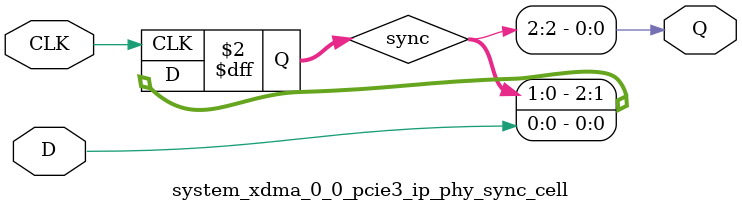
<source format=v>





`timescale 1ps / 1ps



//-------------------------------------------------------------------------------------------------
//  Synchronizer Library Module
//-------------------------------------------------------------------------------------------------
module system_xdma_0_0_pcie3_ip_phy_sync_cell #
(
    parameter integer STAGE = 2
)
(
    //-------------------------------------------------------------------------- 
    //  Input Ports
    //-------------------------------------------------------------------------- 
    input                               CLK,
    input                               D,
    
    //-------------------------------------------------------------------------- 
    //  Output Ports
    //-------------------------------------------------------------------------- 
    output                              Q
);

    //-------------------------------------------------------------------------- 
    //  Synchronized Signals
    //--------------------------------------------------------------------------  
    (* KEEP = "TRUE", ASYNC_REG = "TRUE", SHIFT_EXTRACT = "NO" *) reg [STAGE:0] sync;                                                            



//--------------------------------------------------------------------------------------------------
//  Synchronizier
//--------------------------------------------------------------------------------------------------
always @ (posedge CLK)
begin

    sync <= {sync[(STAGE-1):0], D};
            
end   



//--------------------------------------------------------------------------------------------------
//  Generate Output
//--------------------------------------------------------------------------------------------------
assign Q = sync[STAGE];


endmodule


</source>
